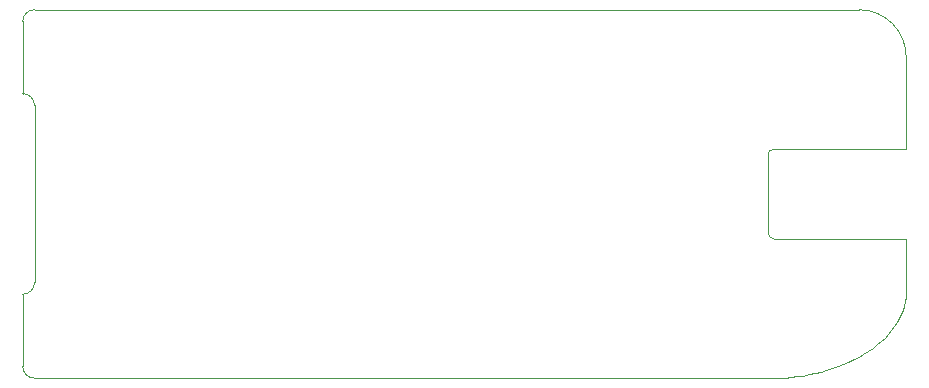
<source format=gm1>
G04 #@! TF.GenerationSoftware,KiCad,Pcbnew,8.0.1*
G04 #@! TF.CreationDate,2024-04-28T03:10:52-05:00*
G04 #@! TF.ProjectId,mini_ble,6d696e69-5f62-46c6-952e-6b696361645f,rev?*
G04 #@! TF.SameCoordinates,Original*
G04 #@! TF.FileFunction,Profile,NP*
%FSLAX46Y46*%
G04 Gerber Fmt 4.6, Leading zero omitted, Abs format (unit mm)*
G04 Created by KiCad (PCBNEW 8.0.1) date 2024-04-28 03:10:52*
%MOMM*%
%LPD*%
G01*
G04 APERTURE LIST*
G04 #@! TA.AperFunction,Profile*
%ADD10C,0.100000*%
G04 #@! TD*
%ADD11C,0.100000*%
G04 APERTURE END LIST*
D10*
X223300000Y-113411718D02*
X223300000Y-108900000D01*
X211600000Y-108400000D02*
X211600000Y-101800000D01*
X212100000Y-108900000D02*
G75*
G02*
X211600000Y-108400000I0J500000D01*
G01*
X211600000Y-101800000D02*
G75*
G02*
X212100000Y-101300000I500000J0D01*
G01*
X219300000Y-89500000D02*
G75*
G02*
X223300000Y-93500000I0J-4000000D01*
G01*
X148500000Y-96600000D02*
G75*
G02*
X149500000Y-97600000I0J-1000000D01*
G01*
X148500000Y-113600000D02*
X148500000Y-119700000D01*
X149500000Y-112600000D02*
X149500000Y-97600000D01*
X223300000Y-101300000D02*
X223300000Y-93500000D01*
X148500000Y-90500000D02*
G75*
G02*
X149500000Y-89500000I1000000J0D01*
G01*
X219300000Y-89500000D02*
X149500000Y-89500000D01*
X148500000Y-90500000D02*
X148500000Y-96600000D01*
X212100000Y-108900000D02*
X223300000Y-108900000D01*
X149500000Y-120700000D02*
G75*
G02*
X148500000Y-119700000I0J1000000D01*
G01*
X223300000Y-101300000D02*
X212100000Y-101300000D01*
X149500000Y-112600000D02*
G75*
G02*
X148500000Y-113600000I-1000000J0D01*
G01*
D11*
X212041583Y-120699999D02*
X212546374Y-120691007D01*
X213053026Y-120664274D01*
X213560365Y-120620161D01*
X214067220Y-120559033D01*
X214572416Y-120481252D01*
X215074781Y-120387180D01*
X215573142Y-120277180D01*
X216066326Y-120151615D01*
X216553159Y-120010848D01*
X217032470Y-119855242D01*
X217503086Y-119685158D01*
X217963832Y-119500961D01*
X218413537Y-119303012D01*
X218851027Y-119091675D01*
X219275129Y-118867312D01*
X219684671Y-118630287D01*
X220078480Y-118380960D01*
X220455382Y-118119697D01*
X220814204Y-117846859D01*
X221153775Y-117562809D01*
X221472920Y-117267909D01*
X221770468Y-116962523D01*
X222045244Y-116647014D01*
X222296076Y-116321743D01*
X222521792Y-115987075D01*
X222721217Y-115643371D01*
X222893180Y-115290994D01*
X223036507Y-114930308D01*
X223150025Y-114561674D01*
X223232562Y-114185456D01*
X223282944Y-113802016D01*
X223299999Y-113411718D01*
D10*
X149500000Y-120700000D02*
X212041583Y-120700000D01*
M02*

</source>
